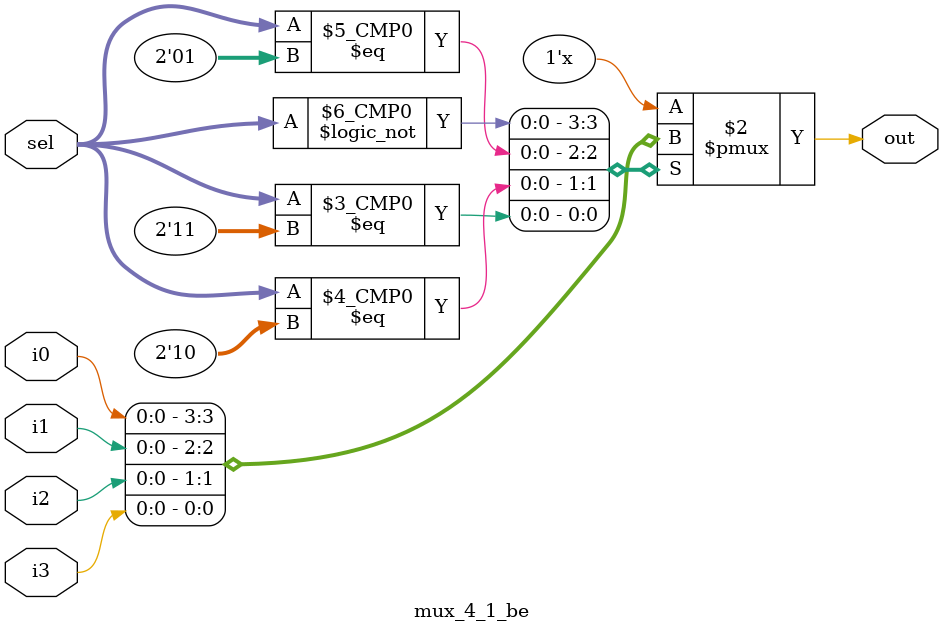
<source format=v>
module mux_4_1_be(
input i0,i1,i2,i3,
input [1:0] sel,
output reg out );

always @ (*) begin
case(sel)
2'b00: out=i0;
2'b01: out=i1;
2'b10: out=i2;
2'b11: out=i3;
endcase
end
endmodule

</source>
